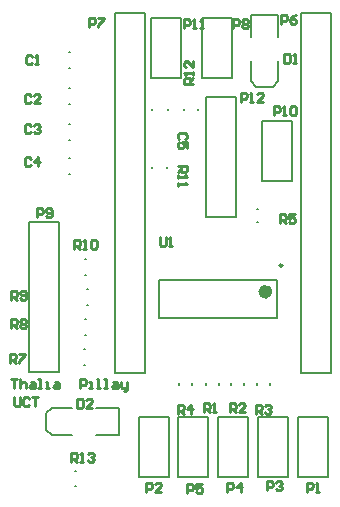
<source format=gto>
G04*
G04 #@! TF.GenerationSoftware,Altium Limited,Altium Designer,18.1.7 (191)*
G04*
G04 Layer_Color=65535*
%FSLAX44Y44*%
%MOMM*%
G71*
G01*
G75*
%ADD10C,0.6000*%
%ADD11C,0.2500*%
%ADD12C,0.2000*%
%ADD13C,0.2540*%
D10*
X233500Y177140D02*
G03*
X233500Y177140I-3000J0D01*
G01*
D11*
X244950Y199390D02*
G03*
X244950Y199390I-1250J0D01*
G01*
D12*
X140500Y155140D02*
Y187140D01*
X240500Y155140D02*
Y187140D01*
X140500Y155140D02*
X240500D01*
X140500Y187140D02*
X240500D01*
X260350Y127000D02*
Y412750D01*
Y107950D02*
Y127000D01*
Y107950D02*
X285750D01*
Y412750D01*
X260350D02*
X285750D01*
X50190Y55810D02*
X67190D01*
X45190Y74810D02*
X50190Y78810D01*
X45190Y59810D02*
X50190Y55810D01*
Y78810D02*
X67190D01*
X45190Y59810D02*
Y74810D01*
X106190Y55810D02*
Y78810D01*
X87190Y55810D02*
X106190D01*
X87190Y78810D02*
X106190D01*
X69350Y25050D02*
X70350D01*
X69350Y13050D02*
X70350D01*
X241318Y355550D02*
Y372550D01*
X218319Y355550D02*
X222318Y350550D01*
X237318D02*
X241318Y355550D01*
X218319D02*
Y372550D01*
X222318Y350550D02*
X237318D01*
X218319Y411550D02*
X241318D01*
Y392550D02*
Y411550D01*
X218319Y392550D02*
Y411550D01*
X176530Y408940D02*
X201930D01*
Y358140D02*
Y408940D01*
X176530Y358140D02*
X201930D01*
X176530D02*
Y408940D01*
X133350D02*
X158750D01*
Y358140D02*
Y408940D01*
X133350Y358140D02*
X158750D01*
X133350D02*
Y408940D01*
X128270Y107950D02*
Y393700D01*
Y412750D01*
X102870D02*
X128270D01*
X102870Y107950D02*
Y412750D01*
Y107950D02*
X128270D01*
X173640Y330970D02*
Y331970D01*
X161640Y330970D02*
Y331970D01*
X30480Y109220D02*
X55880D01*
X30480D02*
Y236220D01*
X55880Y109220D02*
Y236220D01*
X30480D02*
X55880D01*
X64430Y336150D02*
X65430D01*
X64430Y349650D02*
X65430D01*
X76630Y115420D02*
X77630D01*
X76630Y128420D02*
X77630D01*
X64430Y305670D02*
X65430D01*
X64430Y319170D02*
X65430D01*
X227330Y321310D02*
X252730D01*
Y270510D02*
Y321310D01*
X227330Y270510D02*
X252730D01*
X227330D02*
Y321310D01*
X180340Y341630D02*
X205740D01*
Y240030D02*
Y341630D01*
X180340Y240030D02*
Y341630D01*
Y240030D02*
X205740D01*
X147470Y281780D02*
Y282780D01*
X134470Y281780D02*
Y282780D01*
X77900Y191620D02*
X78900D01*
X77900Y204620D02*
X78900D01*
X77900Y140820D02*
X78900D01*
X77900Y153820D02*
X78900D01*
X79170Y166220D02*
X80170D01*
X79170Y179220D02*
X80170D01*
X64270Y276460D02*
X65270D01*
X64270Y289960D02*
X65270D01*
X147720Y330810D02*
Y331810D01*
X134220Y330810D02*
Y331810D01*
X64430Y366630D02*
X65430D01*
X64430Y380130D02*
X65430D01*
X223020Y246800D02*
X224020D01*
X223020Y235800D02*
X224020D01*
X157060Y98560D02*
Y99560D01*
X168060Y98560D02*
Y99560D01*
X223100Y98560D02*
Y99560D01*
X234100Y98560D02*
Y99560D01*
X201510Y98560D02*
Y99560D01*
X212510Y98560D02*
Y99560D01*
X179920Y98560D02*
Y99560D01*
X190920Y98560D02*
Y99560D01*
X156845Y71120D02*
X182245D01*
Y20320D02*
Y71120D01*
X156845Y20320D02*
X182245D01*
X156845D02*
Y71120D01*
X190500D02*
X215900D01*
Y20320D02*
Y71120D01*
X190500Y20320D02*
X215900D01*
X190500D02*
Y71120D01*
X224155D02*
X249555D01*
Y20320D02*
Y71120D01*
X224155Y20320D02*
X249555D01*
X224155D02*
Y71120D01*
X123190D02*
X148590D01*
Y20320D02*
Y71120D01*
X123190Y20320D02*
X148590D01*
X123190D02*
Y71120D01*
X257810D02*
X283210D01*
Y20320D02*
Y71120D01*
X257810Y20320D02*
X283210D01*
X257810D02*
Y71120D01*
D13*
X17780Y87627D02*
Y81280D01*
X19050Y80010D01*
X21589D01*
X22858Y81280D01*
Y87627D01*
X30476Y86358D02*
X29206Y87627D01*
X26667D01*
X25398Y86358D01*
Y81280D01*
X26667Y80010D01*
X29206D01*
X30476Y81280D01*
X33015Y87627D02*
X38093D01*
X35554D01*
Y80010D01*
X15240Y102867D02*
X20318D01*
X17779D01*
Y95250D01*
X22857Y102867D02*
Y95250D01*
Y99059D01*
X24127Y100328D01*
X26666D01*
X27936Y99059D01*
Y95250D01*
X31745Y100328D02*
X34284D01*
X35553Y99059D01*
Y95250D01*
X31745D01*
X30475Y96520D01*
X31745Y97789D01*
X35553D01*
X38093Y95250D02*
X40632D01*
X39362D01*
Y102867D01*
X38093D01*
X44441Y95250D02*
X46980D01*
X45710D01*
Y100328D01*
X44441D01*
X52058D02*
X54597D01*
X55867Y99059D01*
Y95250D01*
X52058D01*
X50788Y96520D01*
X52058Y97789D01*
X55867D01*
X73641Y95250D02*
Y102867D01*
X77450D01*
X78720Y101598D01*
Y99059D01*
X77450Y97789D01*
X73641D01*
X81259Y95250D02*
X83798D01*
X82528D01*
Y100328D01*
X81259D01*
X87607Y95250D02*
X90146D01*
X88876D01*
Y102867D01*
X87607D01*
X93954Y95250D02*
X96494D01*
X95224D01*
Y102867D01*
X93954D01*
X101572Y100328D02*
X104111D01*
X105381Y99059D01*
Y95250D01*
X101572D01*
X100302Y96520D01*
X101572Y97789D01*
X105381D01*
X107920Y100328D02*
Y96520D01*
X109190Y95250D01*
X112998D01*
Y93980D01*
X111729Y92711D01*
X110459D01*
X112998Y95250D02*
Y100328D01*
X66040Y33020D02*
Y40637D01*
X69849D01*
X71118Y39368D01*
Y36829D01*
X69849Y35559D01*
X66040D01*
X68579D02*
X71118Y33020D01*
X73657D02*
X76197D01*
X74927D01*
Y40637D01*
X73657Y39368D01*
X80006D02*
X81275Y40637D01*
X83814D01*
X85084Y39368D01*
Y38098D01*
X83814Y36829D01*
X82545D01*
X83814D01*
X85084Y35559D01*
Y34290D01*
X83814Y33020D01*
X81275D01*
X80006Y34290D01*
X71120Y86357D02*
Y78740D01*
X74929D01*
X76198Y80010D01*
Y85088D01*
X74929Y86357D01*
X71120D01*
X83816Y78740D02*
X78738D01*
X83816Y83818D01*
Y85088D01*
X82546Y86357D01*
X80007D01*
X78738Y85088D01*
X13970Y116840D02*
Y124458D01*
X17779D01*
X19048Y123188D01*
Y120649D01*
X17779Y119379D01*
X13970D01*
X16509D02*
X19048Y116840D01*
X21588Y124458D02*
X26666D01*
Y123188D01*
X21588Y118110D01*
Y116840D01*
X156210Y283370D02*
X163827D01*
Y279561D01*
X162558Y278292D01*
X160019D01*
X158749Y279561D01*
Y283370D01*
Y280831D02*
X156210Y278292D01*
Y275753D02*
Y273213D01*
Y274483D01*
X163827D01*
X162558Y275753D01*
X156210Y269405D02*
Y266865D01*
Y268135D01*
X163827D01*
X162558Y269405D01*
X169545Y353060D02*
X161928D01*
Y356869D01*
X163197Y358138D01*
X165736D01*
X167006Y356869D01*
Y353060D01*
Y355599D02*
X169545Y358138D01*
Y360677D02*
Y363217D01*
Y361947D01*
X161928D01*
X163197Y360677D01*
X169545Y372104D02*
Y367025D01*
X164467Y372104D01*
X163197D01*
X161928Y370834D01*
Y368295D01*
X163197Y367025D01*
X68580Y213360D02*
Y220977D01*
X72389D01*
X73658Y219708D01*
Y217169D01*
X72389Y215899D01*
X68580D01*
X71119D02*
X73658Y213360D01*
X76198D02*
X78737D01*
X77467D01*
Y220977D01*
X76198Y219708D01*
X82545D02*
X83815Y220977D01*
X86354D01*
X87624Y219708D01*
Y214630D01*
X86354Y213360D01*
X83815D01*
X82545Y214630D01*
Y219708D01*
X15240Y170180D02*
Y177798D01*
X19049D01*
X20318Y176528D01*
Y173989D01*
X19049Y172719D01*
X15240D01*
X17779D02*
X20318Y170180D01*
X22857Y171450D02*
X24127Y170180D01*
X26666D01*
X27936Y171450D01*
Y176528D01*
X26666Y177798D01*
X24127D01*
X22857Y176528D01*
Y175258D01*
X24127Y173989D01*
X27936D01*
X15240Y146050D02*
Y153667D01*
X19049D01*
X20318Y152398D01*
Y149859D01*
X19049Y148589D01*
X15240D01*
X17779D02*
X20318Y146050D01*
X22857Y152398D02*
X24127Y153667D01*
X26666D01*
X27936Y152398D01*
Y151128D01*
X26666Y149859D01*
X27936Y148589D01*
Y147320D01*
X26666Y146050D01*
X24127D01*
X22857Y147320D01*
Y148589D01*
X24127Y149859D01*
X22857Y151128D01*
Y152398D01*
X24127Y149859D02*
X26666D01*
X209550Y337820D02*
Y345438D01*
X213359D01*
X214628Y344168D01*
Y341629D01*
X213359Y340359D01*
X209550D01*
X217167Y337820D02*
X219707D01*
X218437D01*
Y345438D01*
X217167Y344168D01*
X228594Y337820D02*
X223515D01*
X228594Y342898D01*
Y344168D01*
X227324Y345438D01*
X224785D01*
X223515Y344168D01*
X161290Y400050D02*
Y407668D01*
X165099D01*
X166368Y406398D01*
Y403859D01*
X165099Y402589D01*
X161290D01*
X168908Y400050D02*
X171447D01*
X170177D01*
Y407668D01*
X168908Y406398D01*
X175256Y400050D02*
X177795D01*
X176525D01*
Y407668D01*
X175256Y406398D01*
X237490Y326390D02*
Y334007D01*
X241299D01*
X242568Y332738D01*
Y330199D01*
X241299Y328929D01*
X237490D01*
X245107Y326390D02*
X247647D01*
X246377D01*
Y334007D01*
X245107Y332738D01*
X251455D02*
X252725Y334007D01*
X255264D01*
X256534Y332738D01*
Y327660D01*
X255264Y326390D01*
X252725D01*
X251455Y327660D01*
Y332738D01*
X36830Y240030D02*
Y247647D01*
X40639D01*
X41908Y246378D01*
Y243839D01*
X40639Y242569D01*
X36830D01*
X44447Y241300D02*
X45717Y240030D01*
X48256D01*
X49526Y241300D01*
Y246378D01*
X48256Y247647D01*
X45717D01*
X44447Y246378D01*
Y245108D01*
X45717Y243839D01*
X49526D01*
X203200Y400050D02*
Y407668D01*
X207009D01*
X208278Y406398D01*
Y403859D01*
X207009Y402589D01*
X203200D01*
X210818Y406398D02*
X212087Y407668D01*
X214626D01*
X215896Y406398D01*
Y405128D01*
X214626Y403859D01*
X215896Y402589D01*
Y401320D01*
X214626Y400050D01*
X212087D01*
X210818Y401320D01*
Y402589D01*
X212087Y403859D01*
X210818Y405128D01*
Y406398D01*
X212087Y403859D02*
X214626D01*
X81280Y401320D02*
Y408937D01*
X85089D01*
X86358Y407668D01*
Y405129D01*
X85089Y403859D01*
X81280D01*
X88897Y408937D02*
X93976D01*
Y407668D01*
X88897Y402590D01*
Y401320D01*
X246380Y378457D02*
Y370840D01*
X250189D01*
X251458Y372110D01*
Y377188D01*
X250189Y378457D01*
X246380D01*
X253997Y370840D02*
X256537D01*
X255267D01*
Y378457D01*
X253997Y377188D01*
X162558Y306072D02*
X163827Y307341D01*
Y309880D01*
X162558Y311150D01*
X157480D01*
X156210Y309880D01*
Y307341D01*
X157480Y306072D01*
X163827Y298454D02*
Y303533D01*
X160019D01*
X161288Y300993D01*
Y299724D01*
X160019Y298454D01*
X157480D01*
X156210Y299724D01*
Y302263D01*
X157480Y303533D01*
X31748Y289558D02*
X30479Y290828D01*
X27940D01*
X26670Y289558D01*
Y284480D01*
X27940Y283210D01*
X30479D01*
X31748Y284480D01*
X38096Y283210D02*
Y290828D01*
X34288Y287019D01*
X39366D01*
X31748Y317498D02*
X30479Y318768D01*
X27940D01*
X26670Y317498D01*
Y312420D01*
X27940Y311150D01*
X30479D01*
X31748Y312420D01*
X34288Y317498D02*
X35557Y318768D01*
X38096D01*
X39366Y317498D01*
Y316228D01*
X38096Y314959D01*
X36827D01*
X38096D01*
X39366Y313689D01*
Y312420D01*
X38096Y311150D01*
X35557D01*
X34288Y312420D01*
X31748Y342898D02*
X30479Y344168D01*
X27940D01*
X26670Y342898D01*
Y337820D01*
X27940Y336550D01*
X30479D01*
X31748Y337820D01*
X39366Y336550D02*
X34288D01*
X39366Y341628D01*
Y342898D01*
X38096Y344168D01*
X35557D01*
X34288Y342898D01*
X33018Y375918D02*
X31749Y377188D01*
X29210D01*
X27940Y375918D01*
Y370840D01*
X29210Y369570D01*
X31749D01*
X33018Y370840D01*
X35557Y369570D02*
X38097D01*
X36827D01*
Y377188D01*
X35557Y375918D01*
X140970Y223207D02*
Y216860D01*
X142240Y215590D01*
X144779D01*
X146048Y216860D01*
Y223207D01*
X148588Y215590D02*
X151127D01*
X149857D01*
Y223207D01*
X148588Y221938D01*
X242570Y234950D02*
Y242568D01*
X246379D01*
X247648Y241298D01*
Y238759D01*
X246379Y237489D01*
X242570D01*
X245109D02*
X247648Y234950D01*
X255266Y242568D02*
X250187D01*
Y238759D01*
X252727Y240028D01*
X253996D01*
X255266Y238759D01*
Y236220D01*
X253996Y234950D01*
X251457D01*
X250187Y236220D01*
X156210Y73660D02*
Y81278D01*
X160019D01*
X161288Y80008D01*
Y77469D01*
X160019Y76199D01*
X156210D01*
X158749D02*
X161288Y73660D01*
X167636D02*
Y81278D01*
X163827Y77469D01*
X168906D01*
X222250Y73660D02*
Y81278D01*
X226059D01*
X227328Y80008D01*
Y77469D01*
X226059Y76199D01*
X222250D01*
X224789D02*
X227328Y73660D01*
X229867Y80008D02*
X231137Y81278D01*
X233676D01*
X234946Y80008D01*
Y78738D01*
X233676Y77469D01*
X232407D01*
X233676D01*
X234946Y76199D01*
Y74930D01*
X233676Y73660D01*
X231137D01*
X229867Y74930D01*
X200237Y74930D02*
Y82548D01*
X204045D01*
X205315Y81278D01*
Y78739D01*
X204045Y77469D01*
X200237D01*
X202776D02*
X205315Y74930D01*
X212932D02*
X207854D01*
X212932Y80008D01*
Y81278D01*
X211663Y82548D01*
X209124D01*
X207854Y81278D01*
X178223Y74930D02*
Y82548D01*
X182032D01*
X183302Y81278D01*
Y78739D01*
X182032Y77469D01*
X178223D01*
X180763D02*
X183302Y74930D01*
X185841D02*
X188380D01*
X187110D01*
Y82548D01*
X185841Y81278D01*
X243840Y403860D02*
Y411478D01*
X247649D01*
X248918Y410208D01*
Y407669D01*
X247649Y406399D01*
X243840D01*
X256536Y411478D02*
X253997Y410208D01*
X251458Y407669D01*
Y405130D01*
X252727Y403860D01*
X255266D01*
X256536Y405130D01*
Y406399D01*
X255266Y407669D01*
X251458D01*
X164465Y6350D02*
Y13967D01*
X168274D01*
X169543Y12698D01*
Y10159D01*
X168274Y8889D01*
X164465D01*
X177161Y13967D02*
X172083D01*
Y10159D01*
X174622Y11428D01*
X175891D01*
X177161Y10159D01*
Y7620D01*
X175891Y6350D01*
X173352D01*
X172083Y7620D01*
X198120Y7620D02*
Y15237D01*
X201929D01*
X203198Y13968D01*
Y11429D01*
X201929Y10159D01*
X198120D01*
X209546Y7620D02*
Y15237D01*
X205737Y11429D01*
X210816D01*
X231775Y8890D02*
Y16508D01*
X235584D01*
X236853Y15238D01*
Y12699D01*
X235584Y11429D01*
X231775D01*
X239393Y15238D02*
X240662Y16508D01*
X243201D01*
X244471Y15238D01*
Y13968D01*
X243201Y12699D01*
X241932D01*
X243201D01*
X244471Y11429D01*
Y10160D01*
X243201Y8890D01*
X240662D01*
X239393Y10160D01*
X129540Y7620D02*
Y15237D01*
X133349D01*
X134618Y13968D01*
Y11429D01*
X133349Y10159D01*
X129540D01*
X142236Y7620D02*
X137157D01*
X142236Y12698D01*
Y13968D01*
X140966Y15237D01*
X138427D01*
X137157Y13968D01*
X265430Y7620D02*
Y15237D01*
X269239D01*
X270508Y13968D01*
Y11429D01*
X269239Y10159D01*
X265430D01*
X273048Y7620D02*
X275587D01*
X274317D01*
Y15237D01*
X273048Y13968D01*
M02*

</source>
